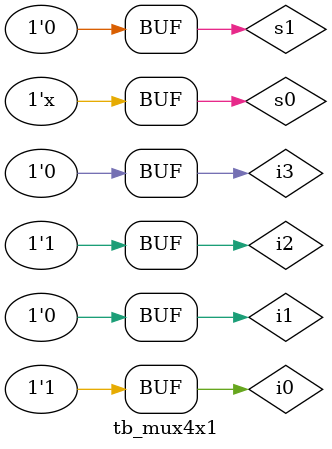
<source format=v>
`timescale 1ns / 1ps


module tb_mux4x1();
reg s1, s0;
  reg i0,i1,i2,i3;
  wire y;
  
  mux_4x1 mux(y, s1, s0, i0, i1, i2, i3);
  
  initial begin
    $monitor("At time = %0t: {s1 = %b, s0 = %b} -> i3 = %0b, i2 = %0b ,i1 = %0b, i0 = %0b -> y = %0b", $time, s1,s0,i3,i2,i1,i0, y);
    {i3,i2,i1,i0} = 4'h5;
    repeat(6) begin
      {s1, s0} = $random;
      #5;
    end
    s1 = 1'bx; s0 = 1;
    #5;
    s1 = 0; s0 = 1'bx;
  end
  
endmodule

</source>
